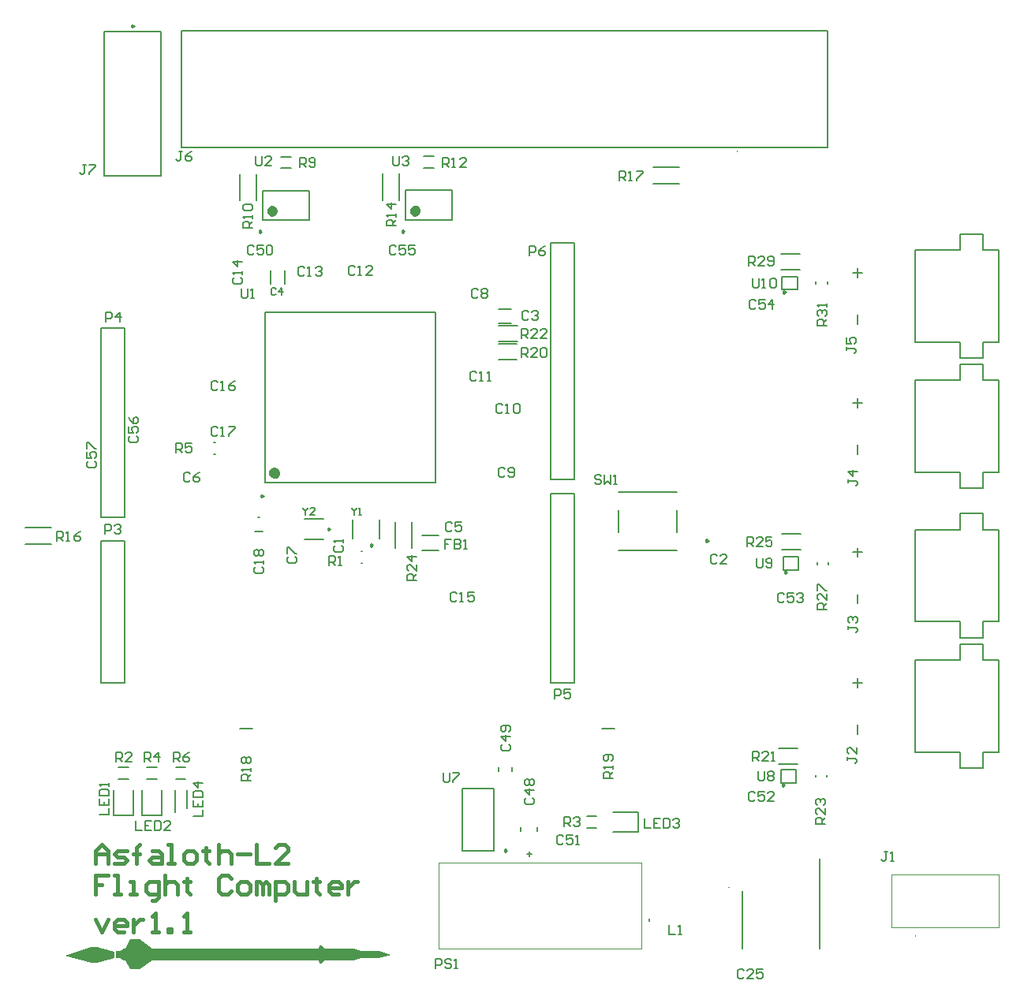
<source format=gto>
G04*
G04 #@! TF.GenerationSoftware,Altium Limited,Altium Designer,20.2.3 (150)*
G04*
G04 Layer_Color=65535*
%FSLAX25Y25*%
%MOIN*%
G70*
G04*
G04 #@! TF.SameCoordinates,55210B2D-0A46-486D-8559-DE1921E740DA*
G04*
G04*
G04 #@! TF.FilePolarity,Positive*
G04*
G01*
G75*
%ADD10C,0.00787*%
%ADD11C,0.00394*%
%ADD12C,0.00984*%
%ADD13C,0.02362*%
%ADD14C,0.00500*%
%ADD15C,0.01500*%
%ADD16C,0.00600*%
G36*
X55850Y46200D02*
Y48800D01*
X48550Y50800D01*
X46150D01*
X34650Y47000D01*
X46150Y44000D01*
X48550D01*
X55850Y46200D01*
D02*
G37*
G36*
X172800Y47600D02*
X167400Y49100D01*
X159700D01*
X157200Y50000D01*
X144800D01*
X143200Y51600D01*
X142500D01*
X142144Y50000D01*
X71800D01*
X66300Y54000D01*
X62500D01*
X60400Y50000D01*
X59700D01*
X58100Y49000D01*
X56500D01*
X56500Y46100D01*
X58100D01*
X59700Y45200D01*
X60400D01*
X62500Y41300D01*
X66300D01*
X71800Y45200D01*
X142100D01*
X142400Y43700D01*
X143000D01*
X144800Y45200D01*
X157200D01*
X159700Y46100D01*
X167400D01*
X172800Y47600D01*
D02*
G37*
D10*
X116406Y232405D02*
X117194D01*
X116406D01*
X281724Y62700D02*
Y61913D01*
Y62700D01*
X127753Y331232D02*
Y336768D01*
X121847Y331232D02*
Y336768D01*
X115225Y226500D02*
X118375D01*
X185948Y224647D02*
X192837D01*
X185858Y218497D02*
X192748D01*
X174431Y219464D02*
Y230536D01*
X181565Y219464D02*
Y230536D01*
X357184Y388786D02*
Y438195D01*
X84271D02*
X357184D01*
X84271Y388786D02*
Y438195D01*
Y388786D02*
X357184D01*
X218052Y306754D02*
X225973D01*
X218052Y313446D02*
X225973D01*
X255490Y101039D02*
X259624D01*
X255490Y105961D02*
X259624D01*
X266460Y99366D02*
X277090D01*
Y107634D01*
X266460D02*
X277090D01*
X338350Y210211D02*
X344825D01*
Y215675D01*
X338350D02*
X344825D01*
X338350Y210211D02*
Y215675D01*
X357561Y212550D02*
Y213337D01*
X352639Y212550D02*
Y213337D01*
X337839Y218797D02*
X345761D01*
X337839Y225490D02*
X345761D01*
X261744Y143000D02*
X267256D01*
X108744Y143000D02*
X114256D01*
X240200Y256000D02*
Y348500D01*
Y248500D02*
Y256000D01*
Y248500D02*
X250200D01*
Y348500D01*
X240200D02*
X250200D01*
X240200Y242500D02*
X250200D01*
Y162500D02*
Y242500D01*
X240200Y162500D02*
X250200D01*
X240200D02*
Y242500D01*
X50200Y232500D02*
X60200D01*
X50200D02*
Y312500D01*
X60200D01*
Y232500D02*
Y312500D01*
X50200Y162500D02*
Y222500D01*
X60200Y162500D02*
Y222500D01*
X50200D02*
X60200D01*
X50200Y162500D02*
X60200D01*
X51394Y437792D02*
X75606D01*
X51394Y376808D02*
Y437792D01*
Y376808D02*
X75606D01*
Y437792D01*
X218039Y298954D02*
X225961D01*
X218039Y305646D02*
X225961D01*
X337950Y328632D02*
Y334096D01*
X344425D01*
Y328632D02*
Y334096D01*
X337950Y328632D02*
X344425D01*
X352239Y331200D02*
Y331987D01*
X357161Y331200D02*
Y331987D01*
X337439Y343710D02*
X345361D01*
X337439Y337017D02*
X345361D01*
X293488Y226153D02*
Y235405D01*
X268685Y218457D02*
X293488D01*
X268685Y226153D02*
Y235405D01*
Y243260D02*
X293488D01*
X63734Y106510D02*
Y117140D01*
X55466Y106510D02*
X63734D01*
X55466D02*
Y117140D01*
X283364Y380567D02*
X294436D01*
X283364Y373433D02*
X294436D01*
X136209Y231732D02*
X144280D01*
X136209Y223268D02*
X144280D01*
X156496Y223512D02*
Y231583D01*
X167638Y223480D02*
Y231551D01*
X119336Y247209D02*
X191384D01*
X119336Y319256D02*
X191384D01*
X119336Y247209D02*
Y319256D01*
X191384Y247209D02*
Y319256D01*
X97958Y264161D02*
X98530D01*
X97958Y259239D02*
X98530D01*
X160046Y213239D02*
X160617D01*
X160046Y218161D02*
X160617D01*
X218052Y320453D02*
X223588D01*
X218052Y314547D02*
X223588D01*
X337475Y120268D02*
Y125732D01*
X343950D01*
Y120268D02*
Y125732D01*
X337475Y120268D02*
X343950D01*
X216079Y91366D02*
Y117744D01*
X202693Y91366D02*
Y117744D01*
Y91366D02*
X216079D01*
X202693Y117744D02*
X216079D01*
X218244Y125008D02*
Y126779D01*
X223756Y125008D02*
Y126779D01*
X234629Y99732D02*
Y101504D01*
X227542Y99732D02*
Y101504D01*
X231086Y89201D02*
Y91169D01*
X230102Y90185D02*
X232070D01*
X67466Y106510D02*
Y117140D01*
Y106510D02*
X75734D01*
Y117140D01*
X81405Y107791D02*
Y117239D01*
X86326Y109365D02*
Y117239D01*
X356961Y122606D02*
Y123394D01*
X352039Y122606D02*
Y123394D01*
X321161Y50079D02*
Y74587D01*
X353839Y50079D02*
Y88268D01*
X336539Y128154D02*
X344461D01*
X336539Y134846D02*
X344461D01*
X198498Y358101D02*
Y370699D01*
X178813Y358101D02*
Y370699D01*
X198498D01*
X178813Y358101D02*
X198498D01*
X168989Y366564D02*
Y377636D01*
X176123Y366564D02*
Y377636D01*
X186589Y380039D02*
X190723D01*
X186589Y384961D02*
X190723D01*
X81798Y121842D02*
X85932D01*
X81798Y126763D02*
X85932D01*
X69533Y121842D02*
X73667D01*
X69533Y126763D02*
X73667D01*
X57533Y121842D02*
X61667D01*
X57533Y126763D02*
X61667D01*
X126289Y384861D02*
X130423D01*
X126289Y379939D02*
X130423D01*
X118513Y358001D02*
X138198D01*
X118513Y370599D02*
X138198D01*
X118513Y358001D02*
Y370599D01*
X138198Y358001D02*
Y370599D01*
X115823Y366464D02*
Y377536D01*
X108689Y366464D02*
Y377536D01*
X18164Y221133D02*
X29236D01*
X18164Y228267D02*
X29236D01*
D11*
X318877Y387428D02*
Y387034D01*
Y387428D01*
X394200Y55851D02*
Y55458D01*
Y55851D01*
X315098Y76000D02*
X315492D01*
X315098D01*
X384161Y59001D02*
X429436D01*
Y81442D01*
X384161D02*
X429436D01*
X384161Y59001D02*
Y81442D01*
X278613Y50102D02*
Y86322D01*
X192787D02*
X278613D01*
X192787Y50102D02*
Y86322D01*
Y50102D02*
X278613D01*
D12*
X339717Y209250D02*
X338979Y209677D01*
Y208824D01*
X339717Y209250D01*
X63992Y440154D02*
X63254Y440581D01*
Y439728D01*
X63992Y440154D01*
X339317Y327671D02*
X338579Y328097D01*
Y327245D01*
X339317Y327671D01*
X306677Y222590D02*
X305939Y223017D01*
Y222164D01*
X306677Y222590D01*
X146839Y227500D02*
X146100Y227926D01*
Y227074D01*
X146839Y227500D01*
X164961Y220657D02*
X164222Y221084D01*
Y220231D01*
X164961Y220657D01*
X118647Y241500D02*
X117909Y241926D01*
Y241074D01*
X118647Y241500D01*
X338843Y119307D02*
X338104Y119733D01*
Y118881D01*
X338843Y119307D01*
X221492Y91563D02*
X220754Y91989D01*
Y91137D01*
X221492Y91563D01*
X178203Y353278D02*
X177465Y353704D01*
Y352852D01*
X178203Y353278D01*
X117903Y353178D02*
X117165Y353604D01*
Y352752D01*
X117903Y353178D01*
D13*
X124454Y251146D02*
X124010Y252069D01*
X123010Y252297D01*
X122209Y251658D01*
Y250633D01*
X123010Y249994D01*
X124010Y250222D01*
X124454Y251146D01*
X183932Y362038D02*
X183487Y362961D01*
X182488Y363189D01*
X181686Y362550D01*
Y361525D01*
X182488Y360886D01*
X183487Y361114D01*
X183932Y362038D01*
X123632Y361938D02*
X123187Y362861D01*
X122188Y363089D01*
X121386Y362450D01*
Y361425D01*
X122188Y360786D01*
X123187Y361014D01*
X123632Y361938D01*
D14*
X394181Y188283D02*
X413079D01*
Y181590D02*
Y188283D01*
Y181590D02*
X422921D01*
Y188283D01*
X429614D01*
Y227260D01*
X422921D02*
X429614D01*
X422921D02*
Y233953D01*
X413079D02*
X422921D01*
X413079Y227260D02*
Y233953D01*
X394181Y227260D02*
X413079D01*
X394181Y188283D02*
Y227260D01*
X369772Y195961D02*
Y199898D01*
X367803Y217614D02*
X371740D01*
X369772Y215646D02*
Y219583D01*
X394181Y133165D02*
X413079D01*
Y126472D02*
Y133165D01*
Y126472D02*
X422921D01*
Y133165D01*
X429614D01*
Y172142D01*
X422921D02*
X429614D01*
X422921D02*
Y178835D01*
X413079D02*
X422921D01*
X413079Y172142D02*
Y178835D01*
X394181Y172142D02*
X413079D01*
X394181Y133165D02*
Y172142D01*
X369772Y140842D02*
Y144780D01*
X367803Y162496D02*
X371740D01*
X369772Y160528D02*
Y164465D01*
X369672Y333856D02*
Y337793D01*
X367703Y335824D02*
X371640D01*
X369672Y314171D02*
Y318108D01*
X394081Y306494D02*
Y345470D01*
X412979D01*
Y352163D01*
X422821D01*
Y345470D02*
Y352163D01*
Y345470D02*
X429514D01*
Y306494D02*
Y345470D01*
X422821Y306494D02*
X429514D01*
X422821Y299801D02*
Y306494D01*
X412979Y299801D02*
X422821D01*
X412979D02*
Y306494D01*
X394081D02*
X412979D01*
X369672Y278738D02*
Y282675D01*
X367703Y280706D02*
X371640D01*
X369672Y259053D02*
Y262990D01*
X394081Y251376D02*
Y290352D01*
X412979D01*
Y297045D01*
X422821D01*
Y290352D02*
Y297045D01*
Y290352D02*
X429514D01*
Y251376D02*
Y290352D01*
X422821Y251376D02*
X429514D01*
X422821Y244683D02*
Y251376D01*
X412979Y244683D02*
X422821D01*
X412979D02*
Y251376D01*
X394081D02*
X412979D01*
D15*
X47900Y86160D02*
Y91491D01*
X50566Y94157D01*
X53232Y91491D01*
Y86160D01*
Y90158D01*
X47900D01*
X55897Y86160D02*
X59896D01*
X61229Y87493D01*
X59896Y88825D01*
X57230D01*
X55897Y90158D01*
X57230Y91491D01*
X61229D01*
X65228Y86160D02*
Y92824D01*
Y90158D01*
X63895D01*
X66561D01*
X65228D01*
Y92824D01*
X66561Y94157D01*
X71892Y91491D02*
X74558D01*
X75891Y90158D01*
Y86160D01*
X71892D01*
X70559Y87493D01*
X71892Y88825D01*
X75891D01*
X78557Y86160D02*
X81222D01*
X79890D01*
Y94157D01*
X78557D01*
X86554Y86160D02*
X89220D01*
X90553Y87493D01*
Y90158D01*
X89220Y91491D01*
X86554D01*
X85221Y90158D01*
Y87493D01*
X86554Y86160D01*
X94552Y92824D02*
Y91491D01*
X93219D01*
X95885D01*
X94552D01*
Y87493D01*
X95885Y86160D01*
X99883Y94157D02*
Y86160D01*
Y90158D01*
X101216Y91491D01*
X103882D01*
X105215Y90158D01*
Y86160D01*
X107881Y90158D02*
X113212D01*
X115878Y94157D02*
Y86160D01*
X121210D01*
X129207D02*
X123875D01*
X129207Y91491D01*
Y92824D01*
X127874Y94157D01*
X125208D01*
X123875Y92824D01*
X53232Y80960D02*
X47900D01*
Y76961D01*
X50566D01*
X47900D01*
Y72963D01*
X55897D02*
X58563D01*
X57230D01*
Y80960D01*
X55897D01*
X62562Y72963D02*
X65228D01*
X63895D01*
Y78294D01*
X62562D01*
X71892Y70297D02*
X73225D01*
X74558Y71630D01*
Y78294D01*
X70559D01*
X69226Y76961D01*
Y74296D01*
X70559Y72963D01*
X74558D01*
X77224Y80960D02*
Y72963D01*
Y76961D01*
X78557Y78294D01*
X81223D01*
X82555Y76961D01*
Y72963D01*
X86554Y79627D02*
Y78294D01*
X85221D01*
X87887D01*
X86554D01*
Y74296D01*
X87887Y72963D01*
X105215Y79627D02*
X103882Y80960D01*
X101216D01*
X99883Y79627D01*
Y74296D01*
X101216Y72963D01*
X103882D01*
X105215Y74296D01*
X109213Y72963D02*
X111879D01*
X113212Y74296D01*
Y76961D01*
X111879Y78294D01*
X109213D01*
X107881Y76961D01*
Y74296D01*
X109213Y72963D01*
X115878D02*
Y78294D01*
X117211D01*
X118544Y76961D01*
Y72963D01*
Y76961D01*
X119877Y78294D01*
X121210Y76961D01*
Y72963D01*
X123875Y70297D02*
Y78294D01*
X127874D01*
X129207Y76961D01*
Y74296D01*
X127874Y72963D01*
X123875D01*
X131873Y78294D02*
Y74296D01*
X133206Y72963D01*
X137204D01*
Y78294D01*
X141203Y79627D02*
Y78294D01*
X139870D01*
X142536D01*
X141203D01*
Y74296D01*
X142536Y72963D01*
X150533D02*
X147868D01*
X146535Y74296D01*
Y76961D01*
X147868Y78294D01*
X150533D01*
X151866Y76961D01*
Y75629D01*
X146535D01*
X154532Y78294D02*
Y72963D01*
Y75629D01*
X155865Y76961D01*
X157198Y78294D01*
X158531D01*
X47900Y62432D02*
X50566Y57100D01*
X53232Y62432D01*
X59896Y57100D02*
X57230D01*
X55897Y58433D01*
Y61099D01*
X57230Y62432D01*
X59896D01*
X61229Y61099D01*
Y59766D01*
X55897D01*
X63895Y62432D02*
Y57100D01*
Y59766D01*
X65228Y61099D01*
X66561Y62432D01*
X67893D01*
X71892Y57100D02*
X74558D01*
X73225D01*
Y65097D01*
X71892Y63765D01*
X78557Y57100D02*
Y58433D01*
X79890D01*
Y57100D01*
X78557D01*
X85221D02*
X87887D01*
X86554D01*
Y65097D01*
X85221Y63765D01*
D16*
X124100Y328900D02*
X123600Y329399D01*
X122601D01*
X122101Y328900D01*
Y326900D01*
X122601Y326400D01*
X123600D01*
X124100Y326900D01*
X126599Y326400D02*
Y329399D01*
X125100Y327900D01*
X127099D01*
X115566Y211568D02*
X114900Y210902D01*
Y209569D01*
X115566Y208902D01*
X118232D01*
X118899Y209569D01*
Y210902D01*
X118232Y211568D01*
X118899Y212901D02*
Y214234D01*
Y213568D01*
X114900D01*
X115566Y212901D01*
Y216233D02*
X114900Y216900D01*
Y218233D01*
X115566Y218899D01*
X116233D01*
X116899Y218233D01*
X117566Y218899D01*
X118232D01*
X118899Y218233D01*
Y216900D01*
X118232Y216233D01*
X117566D01*
X116899Y216900D01*
X116233Y216233D01*
X115566D01*
X116899Y216900D02*
Y218233D01*
X209434Y328333D02*
X208767Y328999D01*
X207434D01*
X206768Y328333D01*
Y325667D01*
X207434Y325001D01*
X208767D01*
X209434Y325667D01*
X210767Y328333D02*
X211433Y328999D01*
X212766D01*
X213432Y328333D01*
Y327666D01*
X212766Y327000D01*
X213432Y326334D01*
Y325667D01*
X212766Y325001D01*
X211433D01*
X210767Y325667D01*
Y326334D01*
X211433Y327000D01*
X210767Y327666D01*
Y328333D01*
X211433Y327000D02*
X212766D01*
X198101Y223099D02*
X195435D01*
Y221100D01*
X196768D01*
X195435D01*
Y219101D01*
X199434Y223099D02*
Y219101D01*
X201433D01*
X202099Y219767D01*
Y220434D01*
X201433Y221100D01*
X199434D01*
X201433D01*
X202099Y221766D01*
Y222433D01*
X201433Y223099D01*
X199434D01*
X203432Y219101D02*
X204765D01*
X204099D01*
Y223099D01*
X203432Y222433D01*
X183299Y205768D02*
X179301D01*
Y207768D01*
X179967Y208434D01*
X181300D01*
X181966Y207768D01*
Y205768D01*
Y207101D02*
X183299Y208434D01*
Y212433D02*
Y209767D01*
X180633Y212433D01*
X179967D01*
X179301Y211767D01*
Y210434D01*
X179967Y209767D01*
X183299Y215765D02*
X179301D01*
X181300Y213766D01*
Y216432D01*
X84434Y387199D02*
X83101D01*
X83767D01*
Y383867D01*
X83101Y383201D01*
X82434D01*
X81768Y383867D01*
X88432Y387199D02*
X87099Y386533D01*
X85767Y385200D01*
Y383867D01*
X86433Y383201D01*
X87766D01*
X88432Y383867D01*
Y384534D01*
X87766Y385200D01*
X85767D01*
X227768Y308201D02*
Y312199D01*
X229768D01*
X230434Y311533D01*
Y310200D01*
X229768Y309534D01*
X227768D01*
X229101D02*
X230434Y308201D01*
X234433D02*
X231767D01*
X234433Y310866D01*
Y311533D01*
X233766Y312199D01*
X232434D01*
X231767Y311533D01*
X238432Y308201D02*
X235766D01*
X238432Y310866D01*
Y311533D01*
X237765Y312199D01*
X236432D01*
X235766Y311533D01*
X245668Y101764D02*
Y105763D01*
X247667D01*
X248334Y105097D01*
Y103764D01*
X247667Y103097D01*
X245668D01*
X247001D02*
X248334Y101764D01*
X249667Y105097D02*
X250333Y105763D01*
X251666D01*
X252332Y105097D01*
Y104430D01*
X251666Y103764D01*
X250999D01*
X251666D01*
X252332Y103097D01*
Y102431D01*
X251666Y101764D01*
X250333D01*
X249667Y102431D01*
X279669Y105263D02*
Y101264D01*
X282335D01*
X286334Y105263D02*
X283668D01*
Y101264D01*
X286334D01*
X283668Y103264D02*
X285001D01*
X287667Y105263D02*
Y101264D01*
X289666D01*
X290332Y101931D01*
Y104597D01*
X289666Y105263D01*
X287667D01*
X291665Y104597D02*
X292332Y105263D01*
X293665D01*
X294331Y104597D01*
Y103930D01*
X293665Y103264D01*
X292998D01*
X293665D01*
X294331Y102597D01*
Y101931D01*
X293665Y101264D01*
X292332D01*
X291665Y101931D01*
X365801Y186577D02*
Y185244D01*
Y185910D01*
X369133D01*
X369799Y185244D01*
Y184578D01*
X369133Y183911D01*
X366467Y187910D02*
X365801Y188576D01*
Y189909D01*
X366467Y190576D01*
X367134D01*
X367800Y189909D01*
Y189243D01*
Y189909D01*
X368466Y190576D01*
X369133D01*
X369799Y189909D01*
Y188576D01*
X369133Y187910D01*
X365501Y131077D02*
Y129744D01*
Y130410D01*
X368833D01*
X369499Y129744D01*
Y129077D01*
X368833Y128411D01*
X369499Y135076D02*
Y132410D01*
X366834Y135076D01*
X366167D01*
X365501Y134409D01*
Y133076D01*
X366167Y132410D01*
X338734Y199733D02*
X338068Y200399D01*
X336735D01*
X336068Y199733D01*
Y197067D01*
X336735Y196401D01*
X338068D01*
X338734Y197067D01*
X342733Y200399D02*
X340067D01*
Y198400D01*
X341400Y199066D01*
X342066D01*
X342733Y198400D01*
Y197067D01*
X342066Y196401D01*
X340734D01*
X340067Y197067D01*
X344066Y199733D02*
X344732Y200399D01*
X346065D01*
X346732Y199733D01*
Y199066D01*
X346065Y198400D01*
X345399D01*
X346065D01*
X346732Y197733D01*
Y197067D01*
X346065Y196401D01*
X344732D01*
X344066Y197067D01*
X326968Y215143D02*
Y211810D01*
X327634Y211144D01*
X328967D01*
X329634Y211810D01*
Y215143D01*
X330966Y211810D02*
X331633Y211144D01*
X332966D01*
X333632Y211810D01*
Y214476D01*
X332966Y215143D01*
X331633D01*
X330966Y214476D01*
Y213810D01*
X331633Y213143D01*
X333632D01*
X356799Y193568D02*
X352801D01*
Y195568D01*
X353467Y196234D01*
X354800D01*
X355466Y195568D01*
Y193568D01*
Y194901D02*
X356799Y196234D01*
Y200233D02*
Y197567D01*
X354134Y200233D01*
X353467D01*
X352801Y199566D01*
Y198234D01*
X353467Y197567D01*
X352801Y201566D02*
Y204232D01*
X353467D01*
X356133Y201566D01*
X356799D01*
X322969Y220044D02*
Y224043D01*
X324968D01*
X325635Y223376D01*
Y222043D01*
X324968Y221377D01*
X322969D01*
X324302D02*
X325635Y220044D01*
X329634D02*
X326968D01*
X329634Y222710D01*
Y223376D01*
X328967Y224043D01*
X327634D01*
X326968Y223376D01*
X333632Y224043D02*
X330966D01*
Y222043D01*
X332299Y222710D01*
X332966D01*
X333632Y222043D01*
Y220710D01*
X332966Y220044D01*
X331633D01*
X330966Y220710D01*
X62467Y266634D02*
X61801Y265968D01*
Y264635D01*
X62467Y263968D01*
X65133D01*
X65799Y264635D01*
Y265968D01*
X65133Y266634D01*
X61801Y270633D02*
Y267967D01*
X63800D01*
X63134Y269300D01*
Y269966D01*
X63800Y270633D01*
X65133D01*
X65799Y269966D01*
Y268634D01*
X65133Y267967D01*
X61801Y274632D02*
X62467Y273299D01*
X63800Y271966D01*
X65133D01*
X65799Y272632D01*
Y273965D01*
X65133Y274632D01*
X64466D01*
X63800Y273965D01*
Y271966D01*
X44667Y256134D02*
X44001Y255468D01*
Y254135D01*
X44667Y253468D01*
X47333D01*
X47999Y254135D01*
Y255468D01*
X47333Y256134D01*
X44001Y260133D02*
Y257467D01*
X46000D01*
X45334Y258800D01*
Y259466D01*
X46000Y260133D01*
X47333D01*
X47999Y259466D01*
Y258134D01*
X47333Y257467D01*
X44001Y261466D02*
Y264132D01*
X44667D01*
X47333Y261466D01*
X47999D01*
X266499Y122002D02*
X262501D01*
Y124001D01*
X263167Y124667D01*
X264500D01*
X265166Y124001D01*
Y122002D01*
Y123335D02*
X266499Y124667D01*
Y126000D02*
Y127333D01*
Y126667D01*
X262501D01*
X263167Y126000D01*
X265833Y129333D02*
X266499Y129999D01*
Y131332D01*
X265833Y131998D01*
X263167D01*
X262501Y131332D01*
Y129999D01*
X263167Y129333D01*
X263834D01*
X264500Y129999D01*
Y131998D01*
X113499Y121002D02*
X109501D01*
Y123001D01*
X110167Y123667D01*
X111500D01*
X112167Y123001D01*
Y121002D01*
Y122335D02*
X113499Y123667D01*
Y125000D02*
Y126333D01*
Y125667D01*
X109501D01*
X110167Y125000D01*
Y128333D02*
X109501Y128999D01*
Y130332D01*
X110167Y130998D01*
X110834D01*
X111500Y130332D01*
X112167Y130998D01*
X112833D01*
X113499Y130332D01*
Y128999D01*
X112833Y128333D01*
X112167D01*
X111500Y128999D01*
X110834Y128333D01*
X110167D01*
X111500Y128999D02*
Y130332D01*
X231068Y343201D02*
Y347199D01*
X233067D01*
X233734Y346533D01*
Y345200D01*
X233067Y344534D01*
X231068D01*
X237732Y347199D02*
X236399Y346533D01*
X235067Y345200D01*
Y343867D01*
X235733Y343201D01*
X237066D01*
X237732Y343867D01*
Y344534D01*
X237066Y345200D01*
X235067D01*
X241768Y155701D02*
Y159699D01*
X243767D01*
X244434Y159033D01*
Y157700D01*
X243767Y157034D01*
X241768D01*
X248432Y159699D02*
X245766D01*
Y157700D01*
X247099Y158367D01*
X247766D01*
X248432Y157700D01*
Y156367D01*
X247766Y155701D01*
X246433D01*
X245766Y156367D01*
X52268Y315101D02*
Y319099D01*
X54267D01*
X54934Y318433D01*
Y317100D01*
X54267Y316434D01*
X52268D01*
X58266Y315101D02*
Y319099D01*
X56266Y317100D01*
X58932D01*
X51868Y225501D02*
Y229499D01*
X53867D01*
X54534Y228833D01*
Y227500D01*
X53867Y226834D01*
X51868D01*
X55866Y228833D02*
X56533Y229499D01*
X57866D01*
X58532Y228833D01*
Y228166D01*
X57866Y227500D01*
X57199D01*
X57866D01*
X58532Y226834D01*
Y226167D01*
X57866Y225501D01*
X56533D01*
X55866Y226167D01*
X43834Y381399D02*
X42501D01*
X43167D01*
Y378067D01*
X42501Y377401D01*
X41834D01*
X41168Y378067D01*
X45167Y381399D02*
X47832D01*
Y380733D01*
X45167Y378067D01*
Y377401D01*
X365201Y304534D02*
Y303201D01*
Y303867D01*
X368533D01*
X369199Y303201D01*
Y302534D01*
X368533Y301868D01*
X365201Y308532D02*
Y305867D01*
X367200D01*
X366534Y307199D01*
Y307866D01*
X367200Y308532D01*
X368533D01*
X369199Y307866D01*
Y306533D01*
X368533Y305867D01*
X365901Y248334D02*
Y247001D01*
Y247667D01*
X369233D01*
X369899Y247001D01*
Y246334D01*
X369233Y245668D01*
X369899Y251666D02*
X365901D01*
X367900Y249667D01*
Y252332D01*
X174746Y346833D02*
X174080Y347499D01*
X172747D01*
X172080Y346833D01*
Y344167D01*
X172747Y343501D01*
X174080D01*
X174746Y344167D01*
X178745Y347499D02*
X176079D01*
Y345500D01*
X177412Y346166D01*
X178078D01*
X178745Y345500D01*
Y344167D01*
X178078Y343501D01*
X176745D01*
X176079Y344167D01*
X182743Y347499D02*
X180078D01*
Y345500D01*
X181411Y346166D01*
X182077D01*
X182743Y345500D01*
Y344167D01*
X182077Y343501D01*
X180744D01*
X180078Y344167D01*
X114634Y346633D02*
X113968Y347299D01*
X112635D01*
X111968Y346633D01*
Y343967D01*
X112635Y343301D01*
X113968D01*
X114634Y343967D01*
X118633Y347299D02*
X115967D01*
Y345300D01*
X117300Y345966D01*
X117966D01*
X118633Y345300D01*
Y343967D01*
X117966Y343301D01*
X116633D01*
X115967Y343967D01*
X119966Y346633D02*
X120632Y347299D01*
X121965D01*
X122632Y346633D01*
Y343967D01*
X121965Y343301D01*
X120632D01*
X119966Y343967D01*
Y346633D01*
X382500Y90999D02*
X381167D01*
X381834D01*
Y87667D01*
X381167Y87001D01*
X380501D01*
X379834Y87667D01*
X383833Y87001D02*
X385166D01*
X384499D01*
Y90999D01*
X383833Y90333D01*
X326634Y323933D02*
X325968Y324599D01*
X324635D01*
X323968Y323933D01*
Y321267D01*
X324635Y320601D01*
X325968D01*
X326634Y321267D01*
X330633Y324599D02*
X327967D01*
Y322600D01*
X329300Y323266D01*
X329966D01*
X330633Y322600D01*
Y321267D01*
X329966Y320601D01*
X328634D01*
X327967Y321267D01*
X333965Y320601D02*
Y324599D01*
X331966Y322600D01*
X334632D01*
X326334Y115833D02*
X325668Y116499D01*
X324335D01*
X323668Y115833D01*
Y113167D01*
X324335Y112501D01*
X325668D01*
X326334Y113167D01*
X330333Y116499D02*
X327667D01*
Y114500D01*
X329000Y115166D01*
X329666D01*
X330333Y114500D01*
Y113167D01*
X329666Y112501D01*
X328334D01*
X327667Y113167D01*
X334332Y112501D02*
X331666D01*
X334332Y115166D01*
Y115833D01*
X333665Y116499D01*
X332332D01*
X331666Y115833D01*
X325402Y333363D02*
Y330031D01*
X326068Y329364D01*
X327401D01*
X328067Y330031D01*
Y333363D01*
X329400Y329364D02*
X330733D01*
X330067D01*
Y333363D01*
X329400Y332697D01*
X332733D02*
X333399Y333363D01*
X334732D01*
X335398Y332697D01*
Y330031D01*
X334732Y329364D01*
X333399D01*
X332733Y330031D01*
Y332697D01*
X327668Y124999D02*
Y121667D01*
X328334Y121001D01*
X329667D01*
X330334Y121667D01*
Y124999D01*
X331666Y124333D02*
X332333Y124999D01*
X333666D01*
X334332Y124333D01*
Y123667D01*
X333666Y123000D01*
X334332Y122334D01*
Y121667D01*
X333666Y121001D01*
X332333D01*
X331666Y121667D01*
Y122334D01*
X332333Y123000D01*
X331666Y123667D01*
Y124333D01*
X332333Y123000D02*
X333666D01*
X356799Y313335D02*
X352801D01*
Y315334D01*
X353467Y316001D01*
X354800D01*
X355466Y315334D01*
Y313335D01*
Y314668D02*
X356799Y316001D01*
X353467Y317334D02*
X352801Y318000D01*
Y319333D01*
X353467Y319999D01*
X354134D01*
X354800Y319333D01*
Y318666D01*
Y319333D01*
X355466Y319999D01*
X356133D01*
X356799Y319333D01*
Y318000D01*
X356133Y317334D01*
X356799Y321332D02*
Y322665D01*
Y321999D01*
X352801D01*
X353467Y321332D01*
X323868Y338701D02*
Y342699D01*
X325868D01*
X326534Y342033D01*
Y340700D01*
X325868Y340034D01*
X323868D01*
X325201D02*
X326534Y338701D01*
X330533D02*
X327867D01*
X330533Y341366D01*
Y342033D01*
X329866Y342699D01*
X328534D01*
X327867Y342033D01*
X331866Y339367D02*
X332532Y338701D01*
X333865D01*
X334532Y339367D01*
Y342033D01*
X333865Y342699D01*
X332532D01*
X331866Y342033D01*
Y341366D01*
X332532Y340700D01*
X334532D01*
X355999Y102668D02*
X352001D01*
Y104668D01*
X352667Y105334D01*
X354000D01*
X354666Y104668D01*
Y102668D01*
Y104001D02*
X355999Y105334D01*
Y109333D02*
Y106667D01*
X353334Y109333D01*
X352667D01*
X352001Y108667D01*
Y107334D01*
X352667Y106667D01*
Y110666D02*
X352001Y111332D01*
Y112665D01*
X352667Y113332D01*
X353334D01*
X354000Y112665D01*
Y111999D01*
Y112665D01*
X354666Y113332D01*
X355333D01*
X355999Y112665D01*
Y111332D01*
X355333Y110666D01*
X325335Y129501D02*
Y133499D01*
X327334D01*
X328001Y132833D01*
Y131500D01*
X327334Y130833D01*
X325335D01*
X326668D02*
X328001Y129501D01*
X331999D02*
X329334D01*
X331999Y132167D01*
Y132833D01*
X331333Y133499D01*
X330000D01*
X329334Y132833D01*
X333332Y129501D02*
X334665D01*
X333999D01*
Y133499D01*
X333332Y132833D01*
X227768Y300201D02*
Y304199D01*
X229768D01*
X230434Y303533D01*
Y302200D01*
X229768Y301534D01*
X227768D01*
X229101D02*
X230434Y300201D01*
X234433D02*
X231767D01*
X234433Y302866D01*
Y303533D01*
X233766Y304199D01*
X232434D01*
X231767Y303533D01*
X235766D02*
X236432Y304199D01*
X237765D01*
X238432Y303533D01*
Y300867D01*
X237765Y300201D01*
X236432D01*
X235766Y300867D01*
Y303533D01*
X194602Y380601D02*
Y384599D01*
X196601D01*
X197267Y383933D01*
Y382600D01*
X196601Y381934D01*
X194602D01*
X195934D02*
X197267Y380601D01*
X198600D02*
X199933D01*
X199267D01*
Y384599D01*
X198600Y383933D01*
X204598Y380601D02*
X201933D01*
X204598Y383266D01*
Y383933D01*
X203932Y384599D01*
X202599D01*
X201933Y383933D01*
X173424Y384999D02*
Y381667D01*
X174090Y381001D01*
X175423D01*
X176090Y381667D01*
Y384999D01*
X177422Y384333D02*
X178089Y384999D01*
X179422D01*
X180088Y384333D01*
Y383666D01*
X179422Y383000D01*
X178755D01*
X179422D01*
X180088Y382334D01*
Y381667D01*
X179422Y381001D01*
X178089D01*
X177422Y381667D01*
X115324Y384999D02*
Y381667D01*
X115990Y381001D01*
X117323D01*
X117990Y381667D01*
Y384999D01*
X121988Y381001D02*
X119322D01*
X121988Y383666D01*
Y384333D01*
X121322Y384999D01*
X119989D01*
X119322Y384333D01*
X269202Y374701D02*
Y378699D01*
X271201D01*
X271867Y378033D01*
Y376700D01*
X271201Y376034D01*
X269202D01*
X270534D02*
X271867Y374701D01*
X273200D02*
X274533D01*
X273867D01*
Y378699D01*
X273200Y378033D01*
X276533Y378699D02*
X279198D01*
Y378033D01*
X276533Y375367D01*
Y374701D01*
X31602Y222301D02*
Y226299D01*
X33601D01*
X34267Y225633D01*
Y224300D01*
X33601Y223634D01*
X31602D01*
X32934D02*
X34267Y222301D01*
X35600D02*
X36933D01*
X36267D01*
Y226299D01*
X35600Y225633D01*
X41598Y226299D02*
X40266Y225633D01*
X38933Y224300D01*
Y222967D01*
X39599Y222301D01*
X40932D01*
X41598Y222967D01*
Y223634D01*
X40932Y224300D01*
X38933D01*
X245501Y97333D02*
X244834Y97999D01*
X243501D01*
X242835Y97333D01*
Y94667D01*
X243501Y94001D01*
X244834D01*
X245501Y94667D01*
X249499Y97999D02*
X246834D01*
Y96000D01*
X248166Y96666D01*
X248833D01*
X249499Y96000D01*
Y94667D01*
X248833Y94001D01*
X247500D01*
X246834Y94667D01*
X250832Y94001D02*
X252165D01*
X251499D01*
Y97999D01*
X250832Y97333D01*
X194754Y124448D02*
Y121116D01*
X195420Y120449D01*
X196753D01*
X197419Y121116D01*
Y124448D01*
X198752D02*
X201418D01*
Y123782D01*
X198752Y121116D01*
Y120449D01*
X219667Y136334D02*
X219001Y135668D01*
Y134335D01*
X219667Y133668D01*
X222333D01*
X222999Y134335D01*
Y135668D01*
X222333Y136334D01*
X222999Y139666D02*
X219001D01*
X221000Y137667D01*
Y140333D01*
X222333Y141666D02*
X222999Y142332D01*
Y143665D01*
X222333Y144332D01*
X219667D01*
X219001Y143665D01*
Y142332D01*
X219667Y141666D01*
X220334D01*
X221000Y142332D01*
Y144332D01*
X135501Y236500D02*
Y236000D01*
X136501Y235000D01*
X137500Y236000D01*
Y236500D01*
X136501Y235000D02*
Y233501D01*
X140499D02*
X138500D01*
X140499Y235500D01*
Y236000D01*
X139999Y236500D01*
X139000D01*
X138500Y236000D01*
X156001Y236500D02*
Y236000D01*
X157000Y235000D01*
X158000Y236000D01*
Y236500D01*
X157000Y235000D02*
Y233501D01*
X159000D02*
X159999D01*
X159500D01*
Y236500D01*
X159000Y236000D01*
X109334Y329099D02*
Y325767D01*
X110001Y325101D01*
X111334D01*
X112000Y325767D01*
Y329099D01*
X113333Y325101D02*
X114666D01*
X113999D01*
Y329099D01*
X113333Y328433D01*
X261566Y249932D02*
X260899Y250599D01*
X259566D01*
X258900Y249932D01*
Y249266D01*
X259566Y248599D01*
X260899D01*
X261566Y247933D01*
Y247266D01*
X260899Y246600D01*
X259566D01*
X258900Y247266D01*
X262899Y250599D02*
Y246600D01*
X264232Y247933D01*
X265564Y246600D01*
Y250599D01*
X266897Y246600D02*
X268230D01*
X267564D01*
Y250599D01*
X266897Y249932D01*
X174699Y355602D02*
X170701D01*
Y357601D01*
X171367Y358267D01*
X172700D01*
X173366Y357601D01*
Y355602D01*
Y356934D02*
X174699Y358267D01*
Y359600D02*
Y360933D01*
Y360267D01*
X170701D01*
X171367Y359600D01*
X174699Y364932D02*
X170701D01*
X172700Y362933D01*
Y365598D01*
X113999Y354702D02*
X110001D01*
Y356701D01*
X110667Y357367D01*
X112000D01*
X112666Y356701D01*
Y354702D01*
Y356034D02*
X113999Y357367D01*
Y358700D02*
Y360033D01*
Y359367D01*
X110001D01*
X110667Y358700D01*
Y362033D02*
X110001Y362699D01*
Y364032D01*
X110667Y364698D01*
X113333D01*
X113999Y364032D01*
Y362699D01*
X113333Y362033D01*
X110667D01*
X133968Y380501D02*
Y384499D01*
X135967D01*
X136634Y383833D01*
Y382500D01*
X135967Y381834D01*
X133968D01*
X135301D02*
X136634Y380501D01*
X137967Y381167D02*
X138633Y380501D01*
X139966D01*
X140632Y381167D01*
Y383833D01*
X139966Y384499D01*
X138633D01*
X137967Y383833D01*
Y383166D01*
X138633Y382500D01*
X140632D01*
X80668Y128941D02*
Y132940D01*
X82667D01*
X83333Y132273D01*
Y130940D01*
X82667Y130274D01*
X80668D01*
X82001D02*
X83333Y128941D01*
X87332Y132940D02*
X85999Y132273D01*
X84666Y130940D01*
Y129607D01*
X85333Y128941D01*
X86666D01*
X87332Y129607D01*
Y130274D01*
X86666Y130940D01*
X84666D01*
X81712Y259701D02*
Y263699D01*
X83711D01*
X84378Y263033D01*
Y261700D01*
X83711Y261034D01*
X81712D01*
X83045D02*
X84378Y259701D01*
X88376Y263699D02*
X85711D01*
Y261700D01*
X87043Y262366D01*
X87710D01*
X88376Y261700D01*
Y260367D01*
X87710Y259701D01*
X86377D01*
X85711Y260367D01*
X68368Y128941D02*
Y132940D01*
X70367D01*
X71034Y132273D01*
Y130940D01*
X70367Y130274D01*
X68368D01*
X69701D02*
X71034Y128941D01*
X74366D02*
Y132940D01*
X72366Y130940D01*
X75032D01*
X56368Y128941D02*
Y132940D01*
X58367D01*
X59034Y132273D01*
Y130940D01*
X58367Y130274D01*
X56368D01*
X57701D02*
X59034Y128941D01*
X63032D02*
X60366D01*
X63032Y131607D01*
Y132273D01*
X62366Y132940D01*
X61033D01*
X60366Y132273D01*
X146534Y212101D02*
Y216099D01*
X148533D01*
X149200Y215433D01*
Y214100D01*
X148533Y213434D01*
X146534D01*
X147867D02*
X149200Y212101D01*
X150533D02*
X151866D01*
X151199D01*
Y216099D01*
X150533Y215433D01*
X191335Y41901D02*
Y45899D01*
X193334D01*
X194001Y45233D01*
Y43900D01*
X193334Y43234D01*
X191335D01*
X197999Y45233D02*
X197333Y45899D01*
X196000D01*
X195334Y45233D01*
Y44566D01*
X196000Y43900D01*
X197333D01*
X197999Y43234D01*
Y42567D01*
X197333Y41901D01*
X196000D01*
X195334Y42567D01*
X199332Y41901D02*
X200665D01*
X199999D01*
Y45899D01*
X199332Y45233D01*
X89101Y106209D02*
X93099D01*
Y108875D01*
X89101Y112874D02*
Y110208D01*
X93099D01*
Y112874D01*
X91100Y110208D02*
Y111541D01*
X89101Y114207D02*
X93099D01*
Y116206D01*
X92433Y116873D01*
X89767D01*
X89101Y116206D01*
Y114207D01*
X93099Y120205D02*
X89101D01*
X91100Y118205D01*
Y120871D01*
X64769Y104240D02*
Y100241D01*
X67435D01*
X71434Y104240D02*
X68768D01*
Y100241D01*
X71434D01*
X68768Y102240D02*
X70101D01*
X72766Y104240D02*
Y100241D01*
X74766D01*
X75432Y100907D01*
Y103573D01*
X74766Y104240D01*
X72766D01*
X79431Y100241D02*
X76765D01*
X79431Y102907D01*
Y103573D01*
X78764Y104240D01*
X77432D01*
X76765Y103573D01*
X49301Y106835D02*
X53299D01*
Y109501D01*
X49301Y113500D02*
Y110834D01*
X53299D01*
Y113500D01*
X51300Y110834D02*
Y112167D01*
X49301Y114833D02*
X53299D01*
Y116832D01*
X52633Y117499D01*
X49967D01*
X49301Y116832D01*
Y114833D01*
X53299Y118832D02*
Y120165D01*
Y119498D01*
X49301D01*
X49967Y118832D01*
X290234Y60099D02*
Y56101D01*
X292900D01*
X294233D02*
X295566D01*
X294899D01*
Y60099D01*
X294233Y59433D01*
X229667Y113834D02*
X229001Y113168D01*
Y111835D01*
X229667Y111168D01*
X232333D01*
X232999Y111835D01*
Y113168D01*
X232333Y113834D01*
X232999Y117166D02*
X229001D01*
X231000Y115167D01*
Y117833D01*
X229667Y119166D02*
X229001Y119832D01*
Y121165D01*
X229667Y121832D01*
X230333D01*
X231000Y121165D01*
X231666Y121832D01*
X232333D01*
X232999Y121165D01*
Y119832D01*
X232333Y119166D01*
X231666D01*
X231000Y119832D01*
X230333Y119166D01*
X229667D01*
X231000Y119832D02*
Y121165D01*
X321834Y40833D02*
X321168Y41499D01*
X319835D01*
X319168Y40833D01*
Y38167D01*
X319835Y37501D01*
X321168D01*
X321834Y38167D01*
X325833Y37501D02*
X323167D01*
X325833Y40166D01*
Y40833D01*
X325166Y41499D01*
X323834D01*
X323167Y40833D01*
X329832Y41499D02*
X327166D01*
Y39500D01*
X328499Y40166D01*
X329165D01*
X329832Y39500D01*
Y38167D01*
X329165Y37501D01*
X327832D01*
X327166Y38167D01*
X99567Y270133D02*
X98901Y270799D01*
X97568D01*
X96902Y270133D01*
Y267467D01*
X97568Y266801D01*
X98901D01*
X99567Y267467D01*
X100900Y266801D02*
X102233D01*
X101567D01*
Y270799D01*
X100900Y270133D01*
X104233Y270799D02*
X106898D01*
Y270133D01*
X104233Y267467D01*
Y266801D01*
X99567Y289533D02*
X98901Y290199D01*
X97568D01*
X96902Y289533D01*
Y286867D01*
X97568Y286201D01*
X98901D01*
X99567Y286867D01*
X100900Y286201D02*
X102233D01*
X101567D01*
Y290199D01*
X100900Y289533D01*
X106898Y290199D02*
X105566Y289533D01*
X104233Y288200D01*
Y286867D01*
X104899Y286201D01*
X106232D01*
X106898Y286867D01*
Y287534D01*
X106232Y288200D01*
X104233D01*
X200367Y200133D02*
X199701Y200799D01*
X198368D01*
X197702Y200133D01*
Y197467D01*
X198368Y196801D01*
X199701D01*
X200367Y197467D01*
X201700Y196801D02*
X203033D01*
X202367D01*
Y200799D01*
X201700Y200133D01*
X207698Y200799D02*
X205033D01*
Y198800D01*
X206365Y199467D01*
X207032D01*
X207698Y198800D01*
Y197467D01*
X207032Y196801D01*
X205699D01*
X205033Y197467D01*
X106467Y333867D02*
X105801Y333201D01*
Y331868D01*
X106467Y331202D01*
X109133D01*
X109799Y331868D01*
Y333201D01*
X109133Y333867D01*
X109799Y335200D02*
Y336533D01*
Y335867D01*
X105801D01*
X106467Y335200D01*
X109799Y340532D02*
X105801D01*
X107800Y338533D01*
Y341198D01*
X136067Y337933D02*
X135401Y338599D01*
X134068D01*
X133402Y337933D01*
Y335267D01*
X134068Y334601D01*
X135401D01*
X136067Y335267D01*
X137400Y334601D02*
X138733D01*
X138067D01*
Y338599D01*
X137400Y337933D01*
X140733D02*
X141399Y338599D01*
X142732D01*
X143398Y337933D01*
Y337266D01*
X142732Y336600D01*
X142066D01*
X142732D01*
X143398Y335934D01*
Y335267D01*
X142732Y334601D01*
X141399D01*
X140733Y335267D01*
X157567Y338133D02*
X156901Y338799D01*
X155568D01*
X154902Y338133D01*
Y335467D01*
X155568Y334801D01*
X156901D01*
X157567Y335467D01*
X158900Y334801D02*
X160233D01*
X159567D01*
Y338799D01*
X158900Y338133D01*
X164898Y334801D02*
X162233D01*
X164898Y337466D01*
Y338133D01*
X164232Y338799D01*
X162899D01*
X162233Y338133D01*
X208934Y293333D02*
X208267Y293999D01*
X206934D01*
X206268Y293333D01*
Y290667D01*
X206934Y290001D01*
X208267D01*
X208934Y290667D01*
X210267Y290001D02*
X211600D01*
X210933D01*
Y293999D01*
X210267Y293333D01*
X213599Y290001D02*
X214932D01*
X214265D01*
Y293999D01*
X213599Y293333D01*
X219667Y279833D02*
X219001Y280499D01*
X217668D01*
X217002Y279833D01*
Y277167D01*
X217668Y276501D01*
X219001D01*
X219667Y277167D01*
X221000Y276501D02*
X222333D01*
X221667D01*
Y280499D01*
X221000Y279833D01*
X224333D02*
X224999Y280499D01*
X226332D01*
X226998Y279833D01*
Y277167D01*
X226332Y276501D01*
X224999D01*
X224333Y277167D01*
Y279833D01*
X220922Y252633D02*
X220255Y253299D01*
X218922D01*
X218256Y252633D01*
Y249967D01*
X218922Y249301D01*
X220255D01*
X220922Y249967D01*
X222255D02*
X222921Y249301D01*
X224254D01*
X224921Y249967D01*
Y252633D01*
X224254Y253299D01*
X222921D01*
X222255Y252633D01*
Y251966D01*
X222921Y251300D01*
X224921D01*
X129311Y215834D02*
X128645Y215167D01*
Y213834D01*
X129311Y213168D01*
X131977D01*
X132643Y213834D01*
Y215167D01*
X131977Y215834D01*
X128645Y217166D02*
Y219832D01*
X129311D01*
X131977Y217166D01*
X132643D01*
X87678Y250616D02*
X87011Y251283D01*
X85678D01*
X85012Y250616D01*
Y247951D01*
X85678Y247284D01*
X87011D01*
X87678Y247951D01*
X91676Y251283D02*
X90343Y250616D01*
X89011Y249284D01*
Y247951D01*
X89677Y247284D01*
X91010D01*
X91676Y247951D01*
Y248617D01*
X91010Y249284D01*
X89011D01*
X198533Y229733D02*
X197867Y230399D01*
X196534D01*
X195868Y229733D01*
Y227067D01*
X196534Y226401D01*
X197867D01*
X198533Y227067D01*
X202532Y230399D02*
X199866D01*
Y228400D01*
X201199Y229066D01*
X201866D01*
X202532Y228400D01*
Y227067D01*
X201866Y226401D01*
X200533D01*
X199866Y227067D01*
X230834Y319133D02*
X230167Y319799D01*
X228834D01*
X228168Y319133D01*
Y316467D01*
X228834Y315801D01*
X230167D01*
X230834Y316467D01*
X232167Y319133D02*
X232833Y319799D01*
X234166D01*
X234832Y319133D01*
Y318466D01*
X234166Y317800D01*
X233499D01*
X234166D01*
X234832Y317134D01*
Y316467D01*
X234166Y315801D01*
X232833D01*
X232167Y316467D01*
X310420Y216191D02*
X309754Y216858D01*
X308421D01*
X307754Y216191D01*
Y213525D01*
X308421Y212859D01*
X309754D01*
X310420Y213525D01*
X314419Y212859D02*
X311753D01*
X314419Y215525D01*
Y216191D01*
X313752Y216858D01*
X312420D01*
X311753Y216191D01*
X149067Y220600D02*
X148401Y219934D01*
Y218601D01*
X149067Y217934D01*
X151733D01*
X152399Y218601D01*
Y219934D01*
X151733Y220600D01*
X152399Y221933D02*
Y223266D01*
Y222599D01*
X148401D01*
X149067Y221933D01*
M02*

</source>
